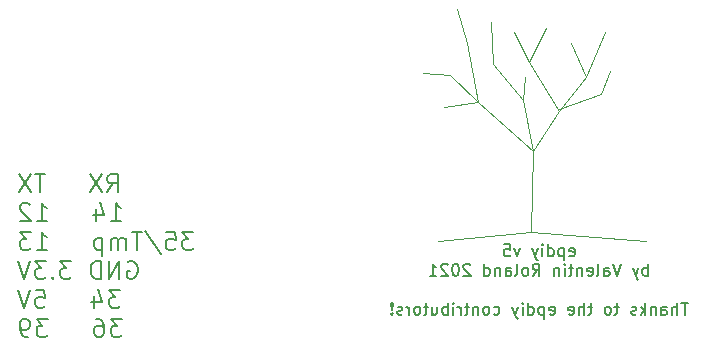
<source format=gbr>
G04 #@! TF.GenerationSoftware,KiCad,Pcbnew,(5.1.9)-1*
G04 #@! TF.CreationDate,2021-02-03T10:13:10+01:00*
G04 #@! TF.ProjectId,epaper-breakout,65706170-6572-42d6-9272-65616b6f7574,rev?*
G04 #@! TF.SameCoordinates,Original*
G04 #@! TF.FileFunction,Legend,Bot*
G04 #@! TF.FilePolarity,Positive*
%FSLAX46Y46*%
G04 Gerber Fmt 4.6, Leading zero omitted, Abs format (unit mm)*
G04 Created by KiCad (PCBNEW (5.1.9)-1) date 2021-02-03 10:13:10*
%MOMM*%
%LPD*%
G01*
G04 APERTURE LIST*
%ADD10C,0.200000*%
%ADD11C,0.150000*%
%ADD12C,0.100000*%
G04 APERTURE END LIST*
D10*
X39467285Y-46115571D02*
X39967285Y-45401285D01*
X40324428Y-46115571D02*
X40324428Y-44615571D01*
X39753000Y-44615571D01*
X39610142Y-44687000D01*
X39538714Y-44758428D01*
X39467285Y-44901285D01*
X39467285Y-45115571D01*
X39538714Y-45258428D01*
X39610142Y-45329857D01*
X39753000Y-45401285D01*
X40324428Y-45401285D01*
X38967285Y-44615571D02*
X37967285Y-46115571D01*
X37967285Y-44615571D02*
X38967285Y-46115571D01*
X34181571Y-44615571D02*
X33324428Y-44615571D01*
X33753000Y-46115571D02*
X33753000Y-44615571D01*
X32967285Y-44615571D02*
X31967285Y-46115571D01*
X31967285Y-44615571D02*
X32967285Y-46115571D01*
X39753000Y-48565571D02*
X40610142Y-48565571D01*
X40181571Y-48565571D02*
X40181571Y-47065571D01*
X40324428Y-47279857D01*
X40467285Y-47422714D01*
X40610142Y-47494142D01*
X38467285Y-47565571D02*
X38467285Y-48565571D01*
X38824428Y-46994142D02*
X39181571Y-48065571D01*
X38253000Y-48065571D01*
X33467285Y-48565571D02*
X34324428Y-48565571D01*
X33895857Y-48565571D02*
X33895857Y-47065571D01*
X34038714Y-47279857D01*
X34181571Y-47422714D01*
X34324428Y-47494142D01*
X32895857Y-47208428D02*
X32824428Y-47137000D01*
X32681571Y-47065571D01*
X32324428Y-47065571D01*
X32181571Y-47137000D01*
X32110142Y-47208428D01*
X32038714Y-47351285D01*
X32038714Y-47494142D01*
X32110142Y-47708428D01*
X32967285Y-48565571D01*
X32038714Y-48565571D01*
X46753000Y-49515571D02*
X45824428Y-49515571D01*
X46324428Y-50087000D01*
X46110142Y-50087000D01*
X45967285Y-50158428D01*
X45895857Y-50229857D01*
X45824428Y-50372714D01*
X45824428Y-50729857D01*
X45895857Y-50872714D01*
X45967285Y-50944142D01*
X46110142Y-51015571D01*
X46538714Y-51015571D01*
X46681571Y-50944142D01*
X46753000Y-50872714D01*
X44467285Y-49515571D02*
X45181571Y-49515571D01*
X45253000Y-50229857D01*
X45181571Y-50158428D01*
X45038714Y-50087000D01*
X44681571Y-50087000D01*
X44538714Y-50158428D01*
X44467285Y-50229857D01*
X44395857Y-50372714D01*
X44395857Y-50729857D01*
X44467285Y-50872714D01*
X44538714Y-50944142D01*
X44681571Y-51015571D01*
X45038714Y-51015571D01*
X45181571Y-50944142D01*
X45253000Y-50872714D01*
X42681571Y-49444142D02*
X43967285Y-51372714D01*
X42395857Y-49515571D02*
X41538714Y-49515571D01*
X41967285Y-51015571D02*
X41967285Y-49515571D01*
X41038714Y-51015571D02*
X41038714Y-50015571D01*
X41038714Y-50158428D02*
X40967285Y-50087000D01*
X40824428Y-50015571D01*
X40610142Y-50015571D01*
X40467285Y-50087000D01*
X40395857Y-50229857D01*
X40395857Y-51015571D01*
X40395857Y-50229857D02*
X40324428Y-50087000D01*
X40181571Y-50015571D01*
X39967285Y-50015571D01*
X39824428Y-50087000D01*
X39753000Y-50229857D01*
X39753000Y-51015571D01*
X39038714Y-50015571D02*
X39038714Y-51515571D01*
X39038714Y-50087000D02*
X38895857Y-50015571D01*
X38610142Y-50015571D01*
X38467285Y-50087000D01*
X38395857Y-50158428D01*
X38324428Y-50301285D01*
X38324428Y-50729857D01*
X38395857Y-50872714D01*
X38467285Y-50944142D01*
X38610142Y-51015571D01*
X38895857Y-51015571D01*
X39038714Y-50944142D01*
X33467285Y-51015571D02*
X34324428Y-51015571D01*
X33895857Y-51015571D02*
X33895857Y-49515571D01*
X34038714Y-49729857D01*
X34181571Y-49872714D01*
X34324428Y-49944142D01*
X32967285Y-49515571D02*
X32038714Y-49515571D01*
X32538714Y-50087000D01*
X32324428Y-50087000D01*
X32181571Y-50158428D01*
X32110142Y-50229857D01*
X32038714Y-50372714D01*
X32038714Y-50729857D01*
X32110142Y-50872714D01*
X32181571Y-50944142D01*
X32324428Y-51015571D01*
X32753000Y-51015571D01*
X32895857Y-50944142D01*
X32967285Y-50872714D01*
X41181571Y-52037000D02*
X41324428Y-51965571D01*
X41538714Y-51965571D01*
X41753000Y-52037000D01*
X41895857Y-52179857D01*
X41967285Y-52322714D01*
X42038714Y-52608428D01*
X42038714Y-52822714D01*
X41967285Y-53108428D01*
X41895857Y-53251285D01*
X41753000Y-53394142D01*
X41538714Y-53465571D01*
X41395857Y-53465571D01*
X41181571Y-53394142D01*
X41110142Y-53322714D01*
X41110142Y-52822714D01*
X41395857Y-52822714D01*
X40467285Y-53465571D02*
X40467285Y-51965571D01*
X39610142Y-53465571D01*
X39610142Y-51965571D01*
X38895857Y-53465571D02*
X38895857Y-51965571D01*
X38538714Y-51965571D01*
X38324428Y-52037000D01*
X38181571Y-52179857D01*
X38110142Y-52322714D01*
X38038714Y-52608428D01*
X38038714Y-52822714D01*
X38110142Y-53108428D01*
X38181571Y-53251285D01*
X38324428Y-53394142D01*
X38538714Y-53465571D01*
X38895857Y-53465571D01*
X36395857Y-51965571D02*
X35467285Y-51965571D01*
X35967285Y-52537000D01*
X35753000Y-52537000D01*
X35610142Y-52608428D01*
X35538714Y-52679857D01*
X35467285Y-52822714D01*
X35467285Y-53179857D01*
X35538714Y-53322714D01*
X35610142Y-53394142D01*
X35753000Y-53465571D01*
X36181571Y-53465571D01*
X36324428Y-53394142D01*
X36395857Y-53322714D01*
X34824428Y-53322714D02*
X34753000Y-53394142D01*
X34824428Y-53465571D01*
X34895857Y-53394142D01*
X34824428Y-53322714D01*
X34824428Y-53465571D01*
X34253000Y-51965571D02*
X33324428Y-51965571D01*
X33824428Y-52537000D01*
X33610142Y-52537000D01*
X33467285Y-52608428D01*
X33395857Y-52679857D01*
X33324428Y-52822714D01*
X33324428Y-53179857D01*
X33395857Y-53322714D01*
X33467285Y-53394142D01*
X33610142Y-53465571D01*
X34038714Y-53465571D01*
X34181571Y-53394142D01*
X34253000Y-53322714D01*
X32895857Y-51965571D02*
X32395857Y-53465571D01*
X31895857Y-51965571D01*
X40538714Y-54415571D02*
X39610142Y-54415571D01*
X40110142Y-54987000D01*
X39895857Y-54987000D01*
X39753000Y-55058428D01*
X39681571Y-55129857D01*
X39610142Y-55272714D01*
X39610142Y-55629857D01*
X39681571Y-55772714D01*
X39753000Y-55844142D01*
X39895857Y-55915571D01*
X40324428Y-55915571D01*
X40467285Y-55844142D01*
X40538714Y-55772714D01*
X38324428Y-54915571D02*
X38324428Y-55915571D01*
X38681571Y-54344142D02*
X39038714Y-55415571D01*
X38110142Y-55415571D01*
X33395857Y-54415571D02*
X34110142Y-54415571D01*
X34181571Y-55129857D01*
X34110142Y-55058428D01*
X33967285Y-54987000D01*
X33610142Y-54987000D01*
X33467285Y-55058428D01*
X33395857Y-55129857D01*
X33324428Y-55272714D01*
X33324428Y-55629857D01*
X33395857Y-55772714D01*
X33467285Y-55844142D01*
X33610142Y-55915571D01*
X33967285Y-55915571D01*
X34110142Y-55844142D01*
X34181571Y-55772714D01*
X32895857Y-54415571D02*
X32395857Y-55915571D01*
X31895857Y-54415571D01*
X40681571Y-56865571D02*
X39753000Y-56865571D01*
X40253000Y-57437000D01*
X40038714Y-57437000D01*
X39895857Y-57508428D01*
X39824428Y-57579857D01*
X39753000Y-57722714D01*
X39753000Y-58079857D01*
X39824428Y-58222714D01*
X39895857Y-58294142D01*
X40038714Y-58365571D01*
X40467285Y-58365571D01*
X40610142Y-58294142D01*
X40681571Y-58222714D01*
X38467285Y-56865571D02*
X38753000Y-56865571D01*
X38895857Y-56937000D01*
X38967285Y-57008428D01*
X39110142Y-57222714D01*
X39181571Y-57508428D01*
X39181571Y-58079857D01*
X39110142Y-58222714D01*
X39038714Y-58294142D01*
X38895857Y-58365571D01*
X38610142Y-58365571D01*
X38467285Y-58294142D01*
X38395857Y-58222714D01*
X38324428Y-58079857D01*
X38324428Y-57722714D01*
X38395857Y-57579857D01*
X38467285Y-57508428D01*
X38610142Y-57437000D01*
X38895857Y-57437000D01*
X39038714Y-57508428D01*
X39110142Y-57579857D01*
X39181571Y-57722714D01*
X34395857Y-56865571D02*
X33467285Y-56865571D01*
X33967285Y-57437000D01*
X33753000Y-57437000D01*
X33610142Y-57508428D01*
X33538714Y-57579857D01*
X33467285Y-57722714D01*
X33467285Y-58079857D01*
X33538714Y-58222714D01*
X33610142Y-58294142D01*
X33753000Y-58365571D01*
X34181571Y-58365571D01*
X34324428Y-58294142D01*
X34395857Y-58222714D01*
X32753000Y-58365571D02*
X32467285Y-58365571D01*
X32324428Y-58294142D01*
X32253000Y-58222714D01*
X32110142Y-58008428D01*
X32038714Y-57722714D01*
X32038714Y-57151285D01*
X32110142Y-57008428D01*
X32181571Y-56937000D01*
X32324428Y-56865571D01*
X32610142Y-56865571D01*
X32753000Y-56937000D01*
X32824428Y-57008428D01*
X32895857Y-57151285D01*
X32895857Y-57508428D01*
X32824428Y-57651285D01*
X32753000Y-57722714D01*
X32610142Y-57794142D01*
X32324428Y-57794142D01*
X32181571Y-57722714D01*
X32110142Y-57651285D01*
X32038714Y-57508428D01*
D11*
X78589428Y-51507761D02*
X78684666Y-51555380D01*
X78875142Y-51555380D01*
X78970380Y-51507761D01*
X79018000Y-51412523D01*
X79018000Y-51031571D01*
X78970380Y-50936333D01*
X78875142Y-50888714D01*
X78684666Y-50888714D01*
X78589428Y-50936333D01*
X78541809Y-51031571D01*
X78541809Y-51126809D01*
X79018000Y-51222047D01*
X78113238Y-50888714D02*
X78113238Y-51888714D01*
X78113238Y-50936333D02*
X78018000Y-50888714D01*
X77827523Y-50888714D01*
X77732285Y-50936333D01*
X77684666Y-50983952D01*
X77637047Y-51079190D01*
X77637047Y-51364904D01*
X77684666Y-51460142D01*
X77732285Y-51507761D01*
X77827523Y-51555380D01*
X78018000Y-51555380D01*
X78113238Y-51507761D01*
X76779904Y-51555380D02*
X76779904Y-50555380D01*
X76779904Y-51507761D02*
X76875142Y-51555380D01*
X77065619Y-51555380D01*
X77160857Y-51507761D01*
X77208476Y-51460142D01*
X77256095Y-51364904D01*
X77256095Y-51079190D01*
X77208476Y-50983952D01*
X77160857Y-50936333D01*
X77065619Y-50888714D01*
X76875142Y-50888714D01*
X76779904Y-50936333D01*
X76303714Y-51555380D02*
X76303714Y-50888714D01*
X76303714Y-50555380D02*
X76351333Y-50603000D01*
X76303714Y-50650619D01*
X76256095Y-50603000D01*
X76303714Y-50555380D01*
X76303714Y-50650619D01*
X75922761Y-50888714D02*
X75684666Y-51555380D01*
X75446571Y-50888714D02*
X75684666Y-51555380D01*
X75779904Y-51793476D01*
X75827523Y-51841095D01*
X75922761Y-51888714D01*
X74398952Y-50888714D02*
X74160857Y-51555380D01*
X73922761Y-50888714D01*
X73065619Y-50555380D02*
X73541809Y-50555380D01*
X73589428Y-51031571D01*
X73541809Y-50983952D01*
X73446571Y-50936333D01*
X73208476Y-50936333D01*
X73113238Y-50983952D01*
X73065619Y-51031571D01*
X73018000Y-51126809D01*
X73018000Y-51364904D01*
X73065619Y-51460142D01*
X73113238Y-51507761D01*
X73208476Y-51555380D01*
X73446571Y-51555380D01*
X73541809Y-51507761D01*
X73589428Y-51460142D01*
X85232285Y-53205380D02*
X85232285Y-52205380D01*
X85232285Y-52586333D02*
X85137047Y-52538714D01*
X84946571Y-52538714D01*
X84851333Y-52586333D01*
X84803714Y-52633952D01*
X84756095Y-52729190D01*
X84756095Y-53014904D01*
X84803714Y-53110142D01*
X84851333Y-53157761D01*
X84946571Y-53205380D01*
X85137047Y-53205380D01*
X85232285Y-53157761D01*
X84422761Y-52538714D02*
X84184666Y-53205380D01*
X83946571Y-52538714D02*
X84184666Y-53205380D01*
X84279904Y-53443476D01*
X84327523Y-53491095D01*
X84422761Y-53538714D01*
X82946571Y-52205380D02*
X82613238Y-53205380D01*
X82279904Y-52205380D01*
X81518000Y-53205380D02*
X81518000Y-52681571D01*
X81565619Y-52586333D01*
X81660857Y-52538714D01*
X81851333Y-52538714D01*
X81946571Y-52586333D01*
X81518000Y-53157761D02*
X81613238Y-53205380D01*
X81851333Y-53205380D01*
X81946571Y-53157761D01*
X81994190Y-53062523D01*
X81994190Y-52967285D01*
X81946571Y-52872047D01*
X81851333Y-52824428D01*
X81613238Y-52824428D01*
X81518000Y-52776809D01*
X80898952Y-53205380D02*
X80994190Y-53157761D01*
X81041809Y-53062523D01*
X81041809Y-52205380D01*
X80137047Y-53157761D02*
X80232285Y-53205380D01*
X80422761Y-53205380D01*
X80518000Y-53157761D01*
X80565619Y-53062523D01*
X80565619Y-52681571D01*
X80518000Y-52586333D01*
X80422761Y-52538714D01*
X80232285Y-52538714D01*
X80137047Y-52586333D01*
X80089428Y-52681571D01*
X80089428Y-52776809D01*
X80565619Y-52872047D01*
X79660857Y-52538714D02*
X79660857Y-53205380D01*
X79660857Y-52633952D02*
X79613238Y-52586333D01*
X79518000Y-52538714D01*
X79375142Y-52538714D01*
X79279904Y-52586333D01*
X79232285Y-52681571D01*
X79232285Y-53205380D01*
X78898952Y-52538714D02*
X78518000Y-52538714D01*
X78756095Y-52205380D02*
X78756095Y-53062523D01*
X78708476Y-53157761D01*
X78613238Y-53205380D01*
X78518000Y-53205380D01*
X78184666Y-53205380D02*
X78184666Y-52538714D01*
X78184666Y-52205380D02*
X78232285Y-52253000D01*
X78184666Y-52300619D01*
X78137047Y-52253000D01*
X78184666Y-52205380D01*
X78184666Y-52300619D01*
X77708476Y-52538714D02*
X77708476Y-53205380D01*
X77708476Y-52633952D02*
X77660857Y-52586333D01*
X77565619Y-52538714D01*
X77422761Y-52538714D01*
X77327523Y-52586333D01*
X77279904Y-52681571D01*
X77279904Y-53205380D01*
X75470380Y-53205380D02*
X75803714Y-52729190D01*
X76041809Y-53205380D02*
X76041809Y-52205380D01*
X75660857Y-52205380D01*
X75565619Y-52253000D01*
X75518000Y-52300619D01*
X75470380Y-52395857D01*
X75470380Y-52538714D01*
X75518000Y-52633952D01*
X75565619Y-52681571D01*
X75660857Y-52729190D01*
X76041809Y-52729190D01*
X74898952Y-53205380D02*
X74994190Y-53157761D01*
X75041809Y-53110142D01*
X75089428Y-53014904D01*
X75089428Y-52729190D01*
X75041809Y-52633952D01*
X74994190Y-52586333D01*
X74898952Y-52538714D01*
X74756095Y-52538714D01*
X74660857Y-52586333D01*
X74613238Y-52633952D01*
X74565619Y-52729190D01*
X74565619Y-53014904D01*
X74613238Y-53110142D01*
X74660857Y-53157761D01*
X74756095Y-53205380D01*
X74898952Y-53205380D01*
X73994190Y-53205380D02*
X74089428Y-53157761D01*
X74137047Y-53062523D01*
X74137047Y-52205380D01*
X73184666Y-53205380D02*
X73184666Y-52681571D01*
X73232285Y-52586333D01*
X73327523Y-52538714D01*
X73518000Y-52538714D01*
X73613238Y-52586333D01*
X73184666Y-53157761D02*
X73279904Y-53205380D01*
X73518000Y-53205380D01*
X73613238Y-53157761D01*
X73660857Y-53062523D01*
X73660857Y-52967285D01*
X73613238Y-52872047D01*
X73518000Y-52824428D01*
X73279904Y-52824428D01*
X73184666Y-52776809D01*
X72708476Y-52538714D02*
X72708476Y-53205380D01*
X72708476Y-52633952D02*
X72660857Y-52586333D01*
X72565619Y-52538714D01*
X72422761Y-52538714D01*
X72327523Y-52586333D01*
X72279904Y-52681571D01*
X72279904Y-53205380D01*
X71375142Y-53205380D02*
X71375142Y-52205380D01*
X71375142Y-53157761D02*
X71470380Y-53205380D01*
X71660857Y-53205380D01*
X71756095Y-53157761D01*
X71803714Y-53110142D01*
X71851333Y-53014904D01*
X71851333Y-52729190D01*
X71803714Y-52633952D01*
X71756095Y-52586333D01*
X71660857Y-52538714D01*
X71470380Y-52538714D01*
X71375142Y-52586333D01*
X70184666Y-52300619D02*
X70137047Y-52253000D01*
X70041809Y-52205380D01*
X69803714Y-52205380D01*
X69708476Y-52253000D01*
X69660857Y-52300619D01*
X69613238Y-52395857D01*
X69613238Y-52491095D01*
X69660857Y-52633952D01*
X70232285Y-53205380D01*
X69613238Y-53205380D01*
X68994190Y-52205380D02*
X68898952Y-52205380D01*
X68803714Y-52253000D01*
X68756095Y-52300619D01*
X68708476Y-52395857D01*
X68660857Y-52586333D01*
X68660857Y-52824428D01*
X68708476Y-53014904D01*
X68756095Y-53110142D01*
X68803714Y-53157761D01*
X68898952Y-53205380D01*
X68994190Y-53205380D01*
X69089428Y-53157761D01*
X69137047Y-53110142D01*
X69184666Y-53014904D01*
X69232285Y-52824428D01*
X69232285Y-52586333D01*
X69184666Y-52395857D01*
X69137047Y-52300619D01*
X69089428Y-52253000D01*
X68994190Y-52205380D01*
X68279904Y-52300619D02*
X68232285Y-52253000D01*
X68137047Y-52205380D01*
X67898952Y-52205380D01*
X67803714Y-52253000D01*
X67756095Y-52300619D01*
X67708476Y-52395857D01*
X67708476Y-52491095D01*
X67756095Y-52633952D01*
X68327523Y-53205380D01*
X67708476Y-53205380D01*
X66756095Y-53205380D02*
X67327523Y-53205380D01*
X67041809Y-53205380D02*
X67041809Y-52205380D01*
X67137047Y-52348238D01*
X67232285Y-52443476D01*
X67327523Y-52491095D01*
X88613238Y-55505380D02*
X88041809Y-55505380D01*
X88327523Y-56505380D02*
X88327523Y-55505380D01*
X87708476Y-56505380D02*
X87708476Y-55505380D01*
X87279904Y-56505380D02*
X87279904Y-55981571D01*
X87327523Y-55886333D01*
X87422761Y-55838714D01*
X87565619Y-55838714D01*
X87660857Y-55886333D01*
X87708476Y-55933952D01*
X86375142Y-56505380D02*
X86375142Y-55981571D01*
X86422761Y-55886333D01*
X86518000Y-55838714D01*
X86708476Y-55838714D01*
X86803714Y-55886333D01*
X86375142Y-56457761D02*
X86470380Y-56505380D01*
X86708476Y-56505380D01*
X86803714Y-56457761D01*
X86851333Y-56362523D01*
X86851333Y-56267285D01*
X86803714Y-56172047D01*
X86708476Y-56124428D01*
X86470380Y-56124428D01*
X86375142Y-56076809D01*
X85898952Y-55838714D02*
X85898952Y-56505380D01*
X85898952Y-55933952D02*
X85851333Y-55886333D01*
X85756095Y-55838714D01*
X85613238Y-55838714D01*
X85518000Y-55886333D01*
X85470380Y-55981571D01*
X85470380Y-56505380D01*
X84994190Y-56505380D02*
X84994190Y-55505380D01*
X84898952Y-56124428D02*
X84613238Y-56505380D01*
X84613238Y-55838714D02*
X84994190Y-56219666D01*
X84232285Y-56457761D02*
X84137047Y-56505380D01*
X83946571Y-56505380D01*
X83851333Y-56457761D01*
X83803714Y-56362523D01*
X83803714Y-56314904D01*
X83851333Y-56219666D01*
X83946571Y-56172047D01*
X84089428Y-56172047D01*
X84184666Y-56124428D01*
X84232285Y-56029190D01*
X84232285Y-55981571D01*
X84184666Y-55886333D01*
X84089428Y-55838714D01*
X83946571Y-55838714D01*
X83851333Y-55886333D01*
X82756095Y-55838714D02*
X82375142Y-55838714D01*
X82613238Y-55505380D02*
X82613238Y-56362523D01*
X82565619Y-56457761D01*
X82470380Y-56505380D01*
X82375142Y-56505380D01*
X81898952Y-56505380D02*
X81994190Y-56457761D01*
X82041809Y-56410142D01*
X82089428Y-56314904D01*
X82089428Y-56029190D01*
X82041809Y-55933952D01*
X81994190Y-55886333D01*
X81898952Y-55838714D01*
X81756095Y-55838714D01*
X81660857Y-55886333D01*
X81613238Y-55933952D01*
X81565619Y-56029190D01*
X81565619Y-56314904D01*
X81613238Y-56410142D01*
X81660857Y-56457761D01*
X81756095Y-56505380D01*
X81898952Y-56505380D01*
X80518000Y-55838714D02*
X80137047Y-55838714D01*
X80375142Y-55505380D02*
X80375142Y-56362523D01*
X80327523Y-56457761D01*
X80232285Y-56505380D01*
X80137047Y-56505380D01*
X79803714Y-56505380D02*
X79803714Y-55505380D01*
X79375142Y-56505380D02*
X79375142Y-55981571D01*
X79422761Y-55886333D01*
X79518000Y-55838714D01*
X79660857Y-55838714D01*
X79756095Y-55886333D01*
X79803714Y-55933952D01*
X78518000Y-56457761D02*
X78613238Y-56505380D01*
X78803714Y-56505380D01*
X78898952Y-56457761D01*
X78946571Y-56362523D01*
X78946571Y-55981571D01*
X78898952Y-55886333D01*
X78803714Y-55838714D01*
X78613238Y-55838714D01*
X78518000Y-55886333D01*
X78470380Y-55981571D01*
X78470380Y-56076809D01*
X78946571Y-56172047D01*
X76898952Y-56457761D02*
X76994190Y-56505380D01*
X77184666Y-56505380D01*
X77279904Y-56457761D01*
X77327523Y-56362523D01*
X77327523Y-55981571D01*
X77279904Y-55886333D01*
X77184666Y-55838714D01*
X76994190Y-55838714D01*
X76898952Y-55886333D01*
X76851333Y-55981571D01*
X76851333Y-56076809D01*
X77327523Y-56172047D01*
X76422761Y-55838714D02*
X76422761Y-56838714D01*
X76422761Y-55886333D02*
X76327523Y-55838714D01*
X76137047Y-55838714D01*
X76041809Y-55886333D01*
X75994190Y-55933952D01*
X75946571Y-56029190D01*
X75946571Y-56314904D01*
X75994190Y-56410142D01*
X76041809Y-56457761D01*
X76137047Y-56505380D01*
X76327523Y-56505380D01*
X76422761Y-56457761D01*
X75089428Y-56505380D02*
X75089428Y-55505380D01*
X75089428Y-56457761D02*
X75184666Y-56505380D01*
X75375142Y-56505380D01*
X75470380Y-56457761D01*
X75518000Y-56410142D01*
X75565619Y-56314904D01*
X75565619Y-56029190D01*
X75518000Y-55933952D01*
X75470380Y-55886333D01*
X75375142Y-55838714D01*
X75184666Y-55838714D01*
X75089428Y-55886333D01*
X74613238Y-56505380D02*
X74613238Y-55838714D01*
X74613238Y-55505380D02*
X74660857Y-55553000D01*
X74613238Y-55600619D01*
X74565619Y-55553000D01*
X74613238Y-55505380D01*
X74613238Y-55600619D01*
X74232285Y-55838714D02*
X73994190Y-56505380D01*
X73756095Y-55838714D02*
X73994190Y-56505380D01*
X74089428Y-56743476D01*
X74137047Y-56791095D01*
X74232285Y-56838714D01*
X72184666Y-56457761D02*
X72279904Y-56505380D01*
X72470380Y-56505380D01*
X72565619Y-56457761D01*
X72613238Y-56410142D01*
X72660857Y-56314904D01*
X72660857Y-56029190D01*
X72613238Y-55933952D01*
X72565619Y-55886333D01*
X72470380Y-55838714D01*
X72279904Y-55838714D01*
X72184666Y-55886333D01*
X71613238Y-56505380D02*
X71708476Y-56457761D01*
X71756095Y-56410142D01*
X71803714Y-56314904D01*
X71803714Y-56029190D01*
X71756095Y-55933952D01*
X71708476Y-55886333D01*
X71613238Y-55838714D01*
X71470380Y-55838714D01*
X71375142Y-55886333D01*
X71327523Y-55933952D01*
X71279904Y-56029190D01*
X71279904Y-56314904D01*
X71327523Y-56410142D01*
X71375142Y-56457761D01*
X71470380Y-56505380D01*
X71613238Y-56505380D01*
X70851333Y-55838714D02*
X70851333Y-56505380D01*
X70851333Y-55933952D02*
X70803714Y-55886333D01*
X70708476Y-55838714D01*
X70565619Y-55838714D01*
X70470380Y-55886333D01*
X70422761Y-55981571D01*
X70422761Y-56505380D01*
X70089428Y-55838714D02*
X69708476Y-55838714D01*
X69946571Y-55505380D02*
X69946571Y-56362523D01*
X69898952Y-56457761D01*
X69803714Y-56505380D01*
X69708476Y-56505380D01*
X69375142Y-56505380D02*
X69375142Y-55838714D01*
X69375142Y-56029190D02*
X69327523Y-55933952D01*
X69279904Y-55886333D01*
X69184666Y-55838714D01*
X69089428Y-55838714D01*
X68756095Y-56505380D02*
X68756095Y-55838714D01*
X68756095Y-55505380D02*
X68803714Y-55553000D01*
X68756095Y-55600619D01*
X68708476Y-55553000D01*
X68756095Y-55505380D01*
X68756095Y-55600619D01*
X68279904Y-56505380D02*
X68279904Y-55505380D01*
X68279904Y-55886333D02*
X68184666Y-55838714D01*
X67994190Y-55838714D01*
X67898952Y-55886333D01*
X67851333Y-55933952D01*
X67803714Y-56029190D01*
X67803714Y-56314904D01*
X67851333Y-56410142D01*
X67898952Y-56457761D01*
X67994190Y-56505380D01*
X68184666Y-56505380D01*
X68279904Y-56457761D01*
X66946571Y-55838714D02*
X66946571Y-56505380D01*
X67375142Y-55838714D02*
X67375142Y-56362523D01*
X67327523Y-56457761D01*
X67232285Y-56505380D01*
X67089428Y-56505380D01*
X66994190Y-56457761D01*
X66946571Y-56410142D01*
X66613238Y-55838714D02*
X66232285Y-55838714D01*
X66470380Y-55505380D02*
X66470380Y-56362523D01*
X66422761Y-56457761D01*
X66327523Y-56505380D01*
X66232285Y-56505380D01*
X65756095Y-56505380D02*
X65851333Y-56457761D01*
X65898952Y-56410142D01*
X65946571Y-56314904D01*
X65946571Y-56029190D01*
X65898952Y-55933952D01*
X65851333Y-55886333D01*
X65756095Y-55838714D01*
X65613238Y-55838714D01*
X65518000Y-55886333D01*
X65470380Y-55933952D01*
X65422761Y-56029190D01*
X65422761Y-56314904D01*
X65470380Y-56410142D01*
X65518000Y-56457761D01*
X65613238Y-56505380D01*
X65756095Y-56505380D01*
X64994190Y-56505380D02*
X64994190Y-55838714D01*
X64994190Y-56029190D02*
X64946571Y-55933952D01*
X64898952Y-55886333D01*
X64803714Y-55838714D01*
X64708476Y-55838714D01*
X64422761Y-56457761D02*
X64327523Y-56505380D01*
X64137047Y-56505380D01*
X64041809Y-56457761D01*
X63994190Y-56362523D01*
X63994190Y-56314904D01*
X64041809Y-56219666D01*
X64137047Y-56172047D01*
X64279904Y-56172047D01*
X64375142Y-56124428D01*
X64422761Y-56029190D01*
X64422761Y-55981571D01*
X64375142Y-55886333D01*
X64279904Y-55838714D01*
X64137047Y-55838714D01*
X64041809Y-55886333D01*
X63565619Y-56410142D02*
X63518000Y-56457761D01*
X63565619Y-56505380D01*
X63613238Y-56457761D01*
X63565619Y-56410142D01*
X63565619Y-56505380D01*
X63565619Y-56124428D02*
X63613238Y-55553000D01*
X63565619Y-55505380D01*
X63518000Y-55553000D01*
X63565619Y-56124428D01*
X63565619Y-55505380D01*
D12*
X70838008Y-38537998D02*
X68498010Y-36198000D01*
X75518004Y-42677994D02*
X74618005Y-38357998D01*
X75518004Y-42677994D02*
X77678002Y-39257997D01*
X74618005Y-38357998D02*
X74798005Y-36378000D01*
X80018000Y-36378000D02*
X81637998Y-32598003D01*
X75338004Y-49517987D02*
X67418011Y-50237987D01*
X74618005Y-38357998D02*
X72098007Y-35298001D01*
X68498010Y-36198000D02*
X66158012Y-36018000D01*
X75158004Y-35118001D02*
X73898005Y-32598003D01*
X70838008Y-38537998D02*
X69938009Y-33498002D01*
X75338004Y-49517987D02*
X85057995Y-50237987D01*
X75158004Y-35118001D02*
X76598003Y-32238003D01*
X77678002Y-39257997D02*
X75158004Y-35118001D01*
X77678002Y-39257997D02*
X80018000Y-36378000D01*
X75338004Y-49517987D02*
X75518004Y-42677994D01*
X77678002Y-39077997D02*
X81277999Y-37817998D01*
X70838008Y-38537998D02*
X67958011Y-38897997D01*
X75518004Y-42677994D02*
X70838008Y-38537998D01*
X72098007Y-35298001D02*
X71918007Y-31698004D01*
X69938009Y-33498002D02*
X69038010Y-30618005D01*
X81277999Y-37817998D02*
X81997998Y-35838000D01*
X80018000Y-36378000D02*
X78758001Y-33498002D01*
M02*

</source>
